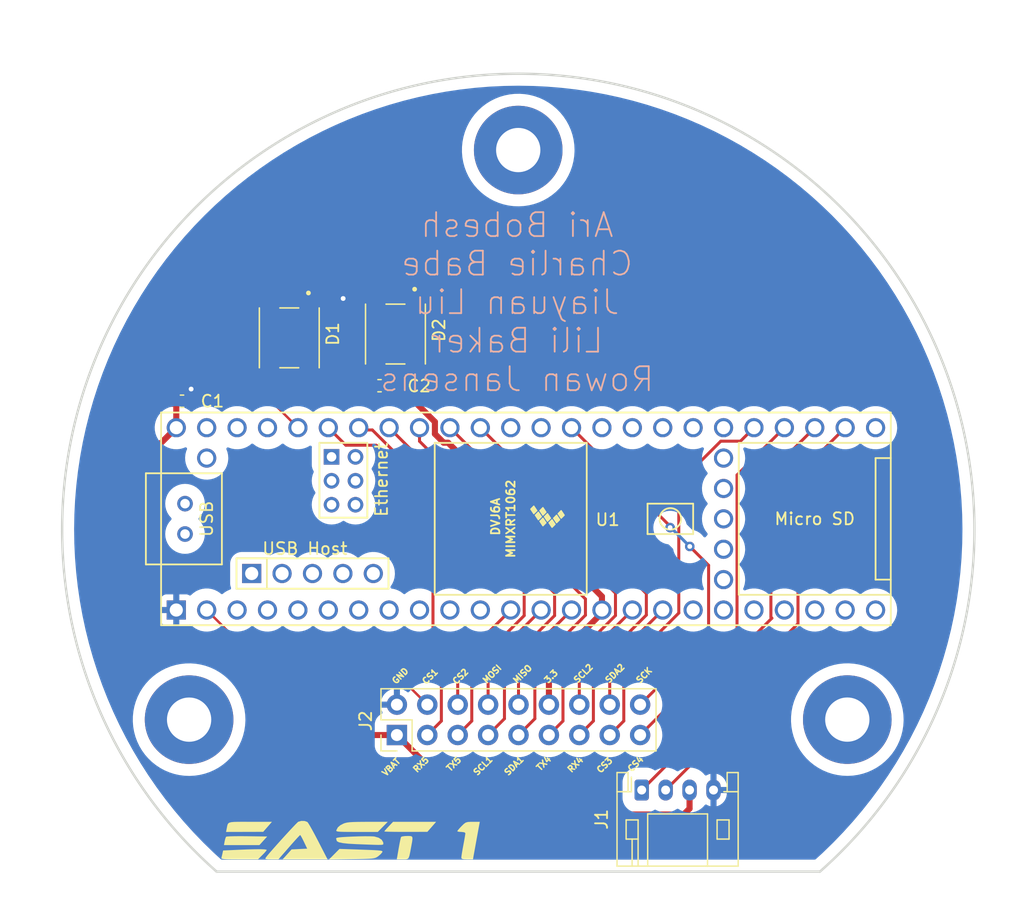
<source format=kicad_pcb>
(kicad_pcb (version 20211014) (generator pcbnew)
  (layers (0 "F.Cu" signal) (31 "B.Cu" signal) (34 "B.Paste" user) (35 "F.Paste" user) (36 "B.SilkS" user "B.Silkscreen") (37 "F.SilkS" user "F.Silkscreen") (38 "B.Mask" user) (39 "F.Mask" user) (44 "Edge.Cuts" user))
  (net 0 "")
  (net 1 "/V_BATT")
  (net 2 "GND")
  (net 3 "/TX 8")
  (net 4 "/RX 8")
  (net 5 "/RX 5")
  (net 6 "/TX 5")
  (net 7 "/CS 1")
  (net 8 "/CS 2")
  (net 9 "/CS 3")
  (net 10 "/MOSI")
  (net 11 "/MISO")
  (net 12 "/TX 4")
  (net 13 "/RX 4")
  (net 14 "/SDA 2")
  (net 15 "/SCL 2")
  (net 16 "/SDA 1")
  (net 17 "/SCL 1")
  (net 27 "/SCK")
  (net 59 "/NEOPIXEL")
  (net 60 "/CS 4")
  (net 66 "Net-(D1-Pad4)")
  (net 69 "/3.3V")
  (footprint "MountingHole:MountingHole_3.7mm_Pad_TopBottom" (layer "F.Cu") (at 175.468013 139.389531)
    (fp_text reference "REF**" hide)
    (fp_text value "MountingHole_3.7mm_Pad_TopBottom")
    (pad "1" thru_hole circle (at 0 0) (size 4.1 4.1) (drill 3.7) (layers *.Cu *.Mask))
    (pad "1" connect circle (at 0 0) (size 7.4 7.4) (layers "F.Cu" "F.Mask"))
    (pad "1" connect circle (at 0 0) (size 7.4 7.4) (layers "B.Cu" "B.Mask"))
  )
  (footprint "LOGO" (layer "F.Cu") (at 133.824377 149.710921)
    (fp_text reference "" (at 0 0) (layer "F.SilkS") (effects (font (size 1.524 1.524) (thickness 0.3))))
    (fp_text value "LOGO" hide)
    (fp_poly (pts (xy 1.046842 0.548968) (xy 1.646906 0.570148) (xy 2.097606 0.588878) (xy 2.418843 0.607627) (xy 2.630516 0.628863) (xy 2.752523 0.655054) (xy 2.804763 0.688666) (xy 2.807137 0.732169) (xy 2.792171 0.765415) (xy 2.670469 0.91463) (xy 2.476008 1.085174) (xy 2.434338 1.115945) (xy 2.33849 1.179576) (xy 2.236905 1.228157) (xy 2.105848 1.264104) (xy 1.921582 1.289832) (xy 1.660372 1.307757) (xy 1.298484 1.320294) (xy 0.81218 1.32986) (xy 0.254 1.337852) (xy -1.651 1.363372) (xy -1.215991 0.925017) (xy -0.780981 0.486663)) (layer "F.SilkS") (width 0) (fill solid))
    (fp_poly (pts (xy 10.898621 -1.545167) (xy 10.868512 -1.383336) (xy 10.814672 -1.08962) (xy 10.74344 -0.698775) (xy 10.661157 -0.245556) (xy 10.612871 0.021126) (xy 10.371666 1.354587) (xy 9.884833 1.354626) (xy 9.604987 1.346518) (xy 9.456521 1.31452) (xy 9.401944 1.247212) (xy 9.398 1.206332) (xy 9.413293 1.064646) (xy 9.454602 0.79883) (xy 9.515072 0.450868) (xy 9.567333 0.169333) (xy 9.637118 -0.20638) (xy 9.692928 -0.524882) (xy 9.728012 -0.746536) (xy 9.736666 -0.825333) (xy 9.6576 -0.90033) (xy 9.434214 -0.93095) (xy 9.398 -0.931334) (xy 9.185859 -0.944716) (xy 9.067929 -0.978144) (xy 9.059333 -0.991629) (xy 9.11421 -1.079596) (xy 9.256628 -1.246576) (xy 9.415628 -1.414962) (xy 9.610561 -1.606024) (xy 9.764437 -1.714571) (xy 9.937768 -1.763928) (xy 10.191066 -1.777417) (xy 10.357544 -1.778) (xy 10.943166 -1.778)) (layer "F.SilkS") (width 0) (fill solid))
    (fp_poly (pts (xy 2.419365 -0.931334) (xy 0.662006 -0.931334) (xy 0.074137 -0.932195) (xy -0.364956 -0.935969) (xy -0.675829 -0.944443) (xy -0.879034 -0.959403) (xy -0.995125 -0.982637) (xy -1.044658 -1.01593) (xy -1.048186 -1.061069) (xy -1.042533 -1.0795) (xy -0.918949 -1.312307) (xy -0.712332 -1.49098) (xy -0.465667 -1.620226) (xy -0.325734 -1.674327) (xy -0.159916 -1.714432) (xy 0.058232 -1.742572) (xy 0.355157 -1.760781) (xy 0.757303 -1.771091) (xy 1.291118 -1.775533) (xy 1.56315 -1.776141) (xy 3.253301 -1.778)) (layer "F.SilkS") (width 0) (fill solid))
    (fp_poly (pts (xy -8.242352 -1.778) (xy -6.420782 -1.778) (xy -7.154334 -0.938958) (xy -10.258122 -0.931334) (xy -10.20274 -1.2065) (xy -10.168146 -1.393711) (xy -10.135217 -1.53512) (xy -10.082084 -1.637105) (xy -9.986881 -1.706039) (xy -9.82774 -1.748297) (xy -9.582793 -1.770255) (xy -9.230172 -1.778287) (xy -8.748011 -1.778769)) (layer "F.SilkS") (width 0) (fill solid))
    (fp_poly (pts (xy -7.023665 0.527383) (xy -6.871735 0.558113) (xy -6.858 0.575038) (xy -6.914006 0.665665) (xy -7.059333 0.832607) (xy -7.221039 0.998371) (xy -7.584077 1.354666) (xy -9.131744 1.354666) (xy -9.679025 1.353602) (xy -10.078936 1.34897) (xy -10.353434 1.338613) (xy -10.524476 1.320372) (xy -10.614018 1.29209) (xy -10.644018 1.251608) (xy -10.639242 1.2065) (xy -10.589535 1.007767) (xy -10.550582 0.838747) (xy -10.502091 0.619162) (xy -9.293879 0.563891) (xy -8.478893 0.530841) (xy -7.828215 0.513743) (xy -7.342815 0.512592)) (layer "F.SilkS") (width 0) (fill solid))
    (fp_poly (pts (xy 5.091492 -0.592047) (xy 5.231778 -0.571095) (xy 5.30419 -0.501171) (xy 5.318733 -0.353636) (xy 5.285409 -0.099849) (xy 5.214222 0.288828) (xy 5.20276 0.35048) (xy 5.124755 0.772598) (xy 5.063456 1.0565) (xy 4.999655 1.229451) (xy 4.914141 1.318717) (xy 4.787707 1.351563) (xy 4.601142 1.355254) (xy 4.49528 1.354666) (xy 4.006638 1.354666) (xy 4.161207 0.459379) (xy 4.228937 0.085) (xy 4.291369 -0.228151) (xy 4.340522 -0.441799) (xy 4.364218 -0.514288) (xy 4.469389 -0.557853) (xy 4.688185 -0.586312) (xy 4.87333 -0.592667)) (layer "F.SilkS") (width 0) (fill solid))
    (fp_poly (pts (xy -8.592213 -0.574442) (xy -8.505086 -0.573341) (xy -6.819985 -0.550334) (xy -7.145178 -0.1905) (xy -7.470371 0.169333) (xy -10.432846 0.169333) (xy -10.374501 -0.148167) (xy -10.32104 -0.371392) (xy -10.263534 -0.517212) (xy -10.253172 -0.531007) (xy -10.152843 -0.549882) (xy -9.909902 -0.564309) (xy -9.551031 -0.573642) (xy -9.102908 -0.577235)) (layer "F.SilkS") (width 0) (fill solid))
    (fp_poly (pts (xy 6.561666 -0.938958) (xy 4.7625 -0.935146) (xy 4.231165 -0.935849) (xy 3.762048 -0.939971) (xy 3.379736 -0.947003) (xy 3.10882 -0.956442) (xy 2.973886 -0.96778) (xy 2.963333 -0.97218) (xy 3.017315 -1.049792) (xy 3.157969 -1.21136) (xy 3.32982 -1.395514) (xy 3.696306 -1.778) (xy 7.295218 -1.778)) (layer "F.SilkS") (width 0) (fill solid))
    (fp_poly (pts (xy -3.694218 -1.847025) (xy -3.470861 -1.767524) (xy -3.456576 -1.756834) (xy -3.378579 -1.65134) (xy -3.238572 -1.419441) (xy -3.050557 -1.086047) (xy -2.828533 -0.676068) (xy -2.586503 -0.214414) (xy -2.552379 -0.148167) (xy -1.779972 1.354666) (xy -5.527266 1.354666) (xy -5.155467 0.942048) (xy -4.783667 0.52943) (xy -3.479439 0.465666) (xy -3.750553 -0.103098) (xy -3.886271 -0.377011) (xy -3.996254 -0.579187) (xy -4.059615 -0.671604) (xy -4.064 -0.673664) (xy -4.131102 -0.613763) (xy -4.289059 -0.447129) (xy -4.518174 -0.195291) (xy -4.79875 0.12022) (xy -4.990984 0.3396) (xy -5.875635 1.354666) (xy -6.456285 1.354666) (xy -6.759292 1.351939) (xy -6.922444 1.336798) (xy -6.975208 1.298802) (xy -6.94705 1.227511) (xy -6.92149 1.189844) (xy -6.802926 1.038833) (xy -6.598322 0.797125) (xy -6.327887 0.486998) (xy -6.011829 0.130729) (xy -5.670358 -0.249403) (xy -5.323681 -0.631123) (xy -4.992009 -0.99215) (xy -4.695549 -1.31021) (xy -4.454511 -1.563022) (xy -4.289102 -1.728311) (xy -4.225412 -1.78224) (xy -3.975199 -1.852904)) (layer "F.SilkS") (width 0) (fill solid))
    (fp_poly (pts (xy 1.720067 -0.569349) (xy 2.022905 -0.559422) (xy 2.143718 -0.5482) (xy 2.490309 -0.448746) (xy 2.743199 -0.281349) (xy 2.870005 -0.070306) (xy 2.878666 0.003298) (xy 2.881707 0.054782) (xy 2.878283 0.094585) (xy 2.849579 0.123435) (xy 2.776776 0.142056) (xy 2.641057 0.151175) (xy 2.423605 0.151519) (xy 2.105602 0.143814) (xy 1.668232 0.128785) (xy 1.092677 0.107159) (xy 0.635 0.089888) (xy -0.018992 0.054097) (xy -0.506876 0.001687) (xy -0.831102 -0.067783) (xy -0.994122 -0.154756) (xy -1.016 -0.207721) (xy -1.042077 -0.30473) (xy -1.062816 -0.362151) (xy -1.055915 -0.408488) (xy -0.981269 -0.445049) (xy -0.817985 -0.474584) (xy -0.545174 -0.499842) (xy -0.141944 -0.523573) (xy 0.325631 -0.54488) (xy 0.833293 -0.562008) (xy 1.310817 -0.570188)) (layer "F.SilkS") (width 0) (fill solid))
  )
  (footprint "Capacitor_SMD:C_0603_1608Metric" (layer "F.Cu") (at 136.39 111.48 180)
    (fp_text reference "C2" (at -3.31 -0.026 180) (layer "F.SilkS"))
    (fp_text value "0.1uf")
    (fp_line (start -0.14058 -0.51) (end 0.14058 -0.51) (layer "F.SilkS") (width 0.12))
    (fp_line (start -0.14058 0.51) (end 0.14058 0.51) (layer "F.SilkS") (width 0.12))
    (pad "1" smd roundrect (at -0.775 0 180) (size 0.9 0.95) (layers "F.Cu" "F.Paste" "F.Mask") (net 2 "GND"))
    (pad "2" smd roundrect (at 0.775 0 180) (size 0.9 0.95) (layers "F.Cu" "F.Paste" "F.Mask") (net 69 "/3.3V"))
  )
  (footprint "MountingHole:MountingHole_3.7mm_Pad_TopBottom" (layer "F.Cu") (at 147.976228 91.782125)
    (fp_text reference "REF**" hide)
    (fp_text value "MountingHole_3.7mm_Pad_TopBottom")
    (pad "1" connect circle (at 0 0) (size 7.4 7.4) (layers "B.Cu" "B.Mask"))
    (pad "1" connect circle (at 0 0) (size 7.4 7.4) (layers "F.Cu" "F.Mask"))
    (pad "1" thru_hole circle (at 0 0) (size 4.1 4.1) (drill 3.7) (layers *.Cu *.Mask))
  )
  (footprint "Teensy:Teensy41" (layer "F.Cu") (at 148.62 122.61)
    (fp_text reference "U1" (at 6.828 0.072) (layer "F.SilkS"))
    (fp_text value "Teensy4.1")
    (fp_text user "DVJ6A" (at -2.54 -0.18 90) (layer "F.SilkS") (effects (font (size 0.7 0.7))))
    (fp_text user "MIMXRT1062" (at -1.27 0 90) (layer "F.SilkS") (effects (font (size 0.7 0.7))))
    (fp_text user "Micro SD" (at 24.13 0) (layer "F.SilkS"))
    (fp_text user "USB" (at -26.67 0 90) (layer "F.SilkS"))
    (fp_text user "USB Host" (at -18.4658 2.4892) (layer "F.SilkS"))
    (fp_text user "Ethernet" (at -12.065 -3.2766 90) (layer "F.SilkS"))
    (fp_line (start 5.08 -6.35) (end -7.62 -6.35) (layer "F.SilkS") (width 0.15))
    (fp_line (start -30.48 8.89) (end -30.48 -8.89) (layer "F.SilkS") (width 0.15))
    (fp_line (start -24.1808 3.2992) (end -21.6408 3.2992) (layer "F.SilkS") (width 0.15))
    (fp_line (start 10.16 1.27) (end 10.16 -1.27) (layer "F.SilkS") (width 0.15))
    (fp_line (start -7.62 -6.35) (end -7.62 6.35) (layer "F.SilkS") (width 0.15))
    (fp_line (start -7.62 6.35) (end 5.08 6.35) (layer "F.SilkS") (width 0.15))
    (fp_line (start 29.21 5.08) (end 30.48 5.08) (layer "F.SilkS") (width 0.15))
    (fp_line (start -31.75 3.81) (end -31.75 -3.81) (layer "F.SilkS") (width 0.15))
    (fp_line (start -13.25 -6.3516) (end -17.25 -6.3516) (layer "F.SilkS") (width 0.15))
    (fp_line (start -25.4 3.81) (end -25.4 -3.81) (layer "F.SilkS") (width 0.15))
    (fp_line (start -24.1808 5.8392) (end -24.1808 3.2992) (layer "F.SilkS") (width 0.15))
    (fp_line (start -13.25 -0.1016) (end -13.25 -6.3516) (layer "F.SilkS") (width 0.15))
    (fp_line (start -21.6408 3.2992) (end -21.6408 5.8392) (layer "F.SilkS") (width 0.15))
    (fp_line (start -11.4808 3.2992) (end -11.4808 5.8392) (layer "F.SilkS") (width 0.15))
    (fp_line (start -31.75 -3.81) (end -30.48 -3.81) (layer "F.SilkS") (width 0.15))
    (fp_line (start 17.78 6.35) (end 30.48 6.35) (layer "F.SilkS") (width 0.15))
    (fp_line (start -24.1808 3.2992) (end -11.4808 3.2992) (layer "F.SilkS") (width 0.15))
    (fp_line (start -30.48 -8.89) (end 30.48 -8.89) (layer "F.SilkS") (width 0.15))
    (fp_line (start -25.4 -3.81) (end -30.48 -3.81) (layer "F.SilkS") (width 0.15))
    (fp_line (start 30.48 8.89) (end -30.48 8.89) (layer "F.SilkS") (width 0.15))
    (fp_line (start 29.21 -5.08) (end 29.21 5.08) (layer "F.SilkS") (width 0.15))
    (fp_line (start 30.48 -5.08) (end 29.21 -5.08) (layer "F.SilkS") (width 0.15))
    (fp_line (start 5.08 6.35) (end 5.08 -6.35) (layer "F.SilkS") (width 0.15))
    (fp_line (start -17.25 -6.3516) (end -17.25 -6.1016) (layer "F.SilkS") (width 0.15))
    (fp_line (start 10.16 -1.27) (end 13.97 -1.27) (layer "F.SilkS") (width 0.15))
    (fp_line (start -17.25 -6.1016) (end -17.25 -0.1016) (layer "F.SilkS") (width 0.15))
    (fp_line (start 13.97 1.27) (end 10.16 1.27) (layer "F.SilkS") (width 0.15))
    (fp_line (start -25.4 3.81) (end -30.48 3.81) (layer "F.SilkS") (width 0.15))
    (fp_line (start 30.48 -6.35) (end 17.78 -6.35) (layer "F.SilkS") (width 0.15))
    (fp_line (start 30.48 -8.89) (end 30.48 8.89) (layer "F.SilkS") (width 0.15))
    (fp_line (start 17.78 -6.35) (end 17.78 6.35) (layer "F.SilkS") (width 0.15))
    (fp_line (start -17.25 -0.1016) (end -13.25 -0.1016) (layer "F.SilkS") (width 0.15))
    (fp_line (start -11.4808 5.8392) (end -24.1808 5.8392) (layer "F.SilkS") (width 0.15))
    (fp_line (start -30.48 3.81) (end -31.75 3.81) (layer "F.SilkS") (width 0.15))
    (fp_line (start 13.97 -1.27) (end 13.97 1.27) (layer "F.SilkS") (width 0.15))
    (fp_circle (center 12.065 0) (end 12.7 -0.635) (layer "F.SilkS") (width 0.15) (fill none))
    (fp_poly (pts (xy 2.435 0.455) (xy 2.181 0.709) (xy 1.927 0.328) (xy 2.181 0.074)) (layer "F.SilkS") (width 0.1) (fill solid))
    (fp_poly (pts (xy 3.197 -0.307) (xy 2.943 -0.053) (xy 2.689 -0.434) (xy 2.943 -0.688)) (layer "F.SilkS") (width 0.1) (fill solid))
    (fp_poly (pts (xy 1.292 -0.18) (xy 1.038 0.074) (xy 0.784 -0.307) (xy 1.038 -0.561)) (layer "F.SilkS") (width 0.1) (fill solid))
    (fp_poly (pts (xy 2.054 -0.053) (xy 1.8 0.201) (xy 1.546 -0.18) (xy 1.8 -0.434)) (layer "F.SilkS") (width 0.1) (fill solid))
    (fp_poly (pts (xy 1.673 0.328) (xy 1.419 0.582) (xy 1.165 0.201) (xy 1.419 -0.053)) (layer "F.SilkS") (width 0.1) (fill solid))
    (fp_poly (pts (xy 1.673 -0.561) (xy 1.419 -0.307) (xy 1.165 -0.688) (xy 1.419 -0.942)) (layer "F.SilkS") (width 0.1) (fill solid))
    (fp_poly (pts (xy 2.816 0.074) (xy 2.562 0.328) (xy 2.308 -0.053) (xy 2.562 -0.307)) (layer "F.SilkS") (width 0.1) (fill solid))
    (fp_poly (pts (xy 0.911 -0.688) (xy 0.657 -0.434) (xy 0.403 -0.815) (xy 0.657 -1.069)) (layer "F.SilkS") (width 0.1) (fill solid))
    (pad "1" thru_hole rect locked (at -29.21 7.62) (size 1.6 1.6) (drill 1.1) (layers *.Cu *.Mask) (net 2 "GND"))
    (pad "2" thru_hole circle locked (at -26.67 7.62) (size 1.6 1.6) (drill 1.1) (layers *.Cu *.Mask) (net 7 "/CS 1"))
    (pad "3" thru_hole circle locked (at -24.13 7.62) (size 1.6 1.6) (drill 1.1) (layers *.Cu *.Mask))
    (pad "4" thru_hole circle locked (at -21.59 7.62) (size 1.6 1.6) (drill 1.1) (layers *.Cu *.Mask))
    (pad "5" thru_hole circle locked (at -19.05 7.62) (size 1.6 1.6) (drill 1.1) (layers *.Cu *.Mask))
    (pad "6" thru_hole circle locked (at -16.51 7.62) (size 1.6 1.6) (drill 1.1) (layers *.Cu *.Mask))
    (pad "7" thru_hole circle locked (at -13.97 7.62) (size 1.6 1.6) (drill 1.1) (layers *.Cu *.Mask))
    (pad "8" thru_hole circle locked (at -11.43 7.62) (size 1.6 1.6) (drill 1.1) (layers *.Cu *.Mask))
    (pad "9" thru_hole circle locked (at -8.89 7.62) (size 1.6 1.6) (drill 1.1) (layers *.Cu *.Mask))
    (pad "10" thru_hole circle locked (at -6.35 7.62) (size 1.6 1.6) (drill 1.1) (layers *.Cu *.Mask))
    (pad "11" thru_hole circle locked (at -3.81 7.62) (size 1.6 1.6) (drill 1.1) (layers *.Cu *.Mask))
    (pad "12" thru_hole circle locked (at -1.27 7.62) (size 1.6 1.6) (drill 1.1) (layers *.Cu *.Mask) (net 8 "/CS 2"))
    (pad "13" thru_hole circle locked (at 1.27 7.62) (size 1.6 1.6) (drill 1.1) (layers *.Cu *.Mask) (net 10 "/MOSI"))
    (pad "14" thru_hole circle locked (at 3.81 7.62) (size 1.6 1.6) (drill 1.1) (layers *.Cu *.Mask) (net 11 "/MISO"))
    (pad "15" thru_hole circle locked (at 6.35 7.62) (size 1.6 1.6) (drill 1.1) (layers *.Cu *.Mask) (net 69 "/3.3V"))
    (pad "16" thru_hole circle locked (at 8.89 7.62) (size 1.6 1.6) (drill 1.1) (layers *.Cu *.Mask) (net 15 "/SCL 2"))
    (pad "17" thru_hole circle locked (at 11.43 7.62) (size 1.6 1.6) (drill 1.1) (layers *.Cu *.Mask) (net 14 "/SDA 2"))
    (pad "18" thru_hole circle locked (at 13.97 7.62) (size 1.6 1.6) (drill 1.1) (layers *.Cu *.Mask))
    (pad "19" thru_hole circle locked (at 16.51 7.62) (size 1.6 1.6) (drill 1.1) (layers *.Cu *.Mask))
    (pad "20" thru_hole circle locked (at 19.05 7.62) (size 1.6 1.6) (drill 1.1) (layers *.Cu *.Mask))
    (pad "21" thru_hole circle locked (at 21.59 7.62) (size 1.6 1.6) (drill 1.1) (layers *.Cu *.Mask))
    (pad "22" thru_hole circle locked (at 24.13 7.62) (size 1.6 1.6) (drill 1.1) (layers *.Cu *.Mask))
    (pad "23" thru_hole circle locked (at 26.67 7.62) (size 1.6 1.6) (drill 1.1) (layers *.Cu *.Mask))
    (pad "24" thru_hole circle locked (at 29.21 7.62) (size 1.6 1.6) (drill 1.1) (layers *.Cu *.Mask))
    (pad "25" thru_hole circle locked (at 29.21 -7.62) (size 1.6 1.6) (drill 1.1) (layers *.Cu *.Mask))
    (pad "26" thru_hole circle locked (at 26.67 -7.62) (size 1.6 1.6) (drill 1.1) (layers *.Cu *.Mask) (net 4 "/RX 8"))
    (pad "27" thru_hole circle locked (at 24.13 -7.62) (size 1.6 1.6) (drill 1.1) (layers *.Cu *.Mask) (net 3 "/TX 8"))
    (pad "28" thru_hole circle locked (at 21.59 -7.62) (size 1.6 1.6) (drill 1.1) (layers *.Cu *.Mask) (net 60 "/CS 4"))
    (pad "29" thru_hole circle locked (at 19.05 -7.62) (size 1.6 1.6) (drill 1.1) (layers *.Cu *.Mask) (net 9 "/CS 3"))
    (pad "30" thru_hole circle locked (at 16.51 -7.62) (size 1.6 1.6) (drill 1.1) (layers *.Cu *.Mask))
    (pad "31" thru_hole circle locked (at 13.97 -7.62) (size 1.6 1.6) (drill 1.1) (layers *.Cu *.Mask))
    (pad "32" thru_hole circle locked (at 11.43 -7.62) (size 1.6 1.6) (drill 1.1) (layers *.Cu *.Mask))
    (pad "33" thru_hole circle locked (at 8.89 -7.62) (size 1.6 1.6) (drill 1.1) (layers *.Cu *.Mask))
    (pad "34" thru_hole circle locked (at 6.35 -7.62) (size 1.6 1.6) (drill 1.1) (layers *.Cu *.Mask))
    (pad "35" thru_hole circle locked (at 3.81 -7.62) (size 1.6 1.6) (drill 1.1) (layers *.Cu *.Mask) (net 27 "/SCK"))
    (pad "36" thru_hole circle locked (at 1.27 -7.62) (size 1.6 1.6) (drill 1.1) (layers *.Cu *.Mask))
    (pad "37" thru_hole circle locked (at -1.27 -7.62) (size 1.6 1.6) (drill 1.1) (layers *.Cu *.Mask))
    (pad "38" thru_hole circle locked (at -3.81 -7.62) (size 1.6 1.6) (drill 1.1) (layers *.Cu *.Mask) (net 13 "/RX 4"))
    (pad "39" thru_hole circle locked (at -6.35 -7.62) (size 1.6 1.6) (drill 1.1) (layers *.Cu *.Mask) (net 12 "/TX 4"))
    (pad "40" thru_hole circle locked (at -8.89 -7.62) (size 1.6 1.6) (drill 1.1) (layers *.Cu *.Mask) (net 16 "/SDA 1"))
    (pad "41" thru_hole circle locked (at -11.43 -7.62) (size 1.6 1.6) (drill 1.1) (layers *.Cu *.Mask) (net 17 "/SCL 1"))
    (pad "42" thru_hole circle locked (at -13.97 -7.62) (size 1.6 1.6) (drill 1.1) (layers *.Cu *.Mask) (net 6 "/TX 5"))
    (pad "43" thru_hole circle locked (at -16.51 -7.62) (size 1.6 1.6) (drill 1.1) (layers *.Cu *.Mask) (net 5 "/RX 5"))
    (pad "44" thru_hole circle locked (at -19.05 -7.62) (size 1.6 1.6) (drill 1.1) (layers *.Cu *.Mask) (net 59 "/NEOPIXEL"))
    (pad "45" thru_hole circle locked (at -21.59 -7.62) (size 1.6 1.6) (drill 1.1) (layers *.Cu *.Mask))
    (pad "46" thru_hole circle locked (at -24.13 -7.62) (size 1.6 1.6) (drill 1.1) (layers *.Cu *.Mask))
    (pad "47" thru_hole circle locked (at -26.67 -7.62) (size 1.6 1.6) (drill 1.1) (layers *.Cu *.Mask))
    (pad "48" thru_hole circle locked (at -29.21 -7.62) (size 1.6 1.6) (drill 1.1) (layers *.Cu *.Mask) (net 1 "/V_BATT"))
    (pad "49" thru_hole circle locked (at -26.67 -5.08) (size 1.6 1.6) (drill 1.1) (layers *.Cu *.Mask))
    (pad "50" thru_hole circle locked (at 16.51 5.08) (size 1.6 1.6) (drill 1.1) (layers *.Cu *.Mask))
    (pad "51" thru_hole circle locked (at 16.51 2.54) (size 1.6 1.6) (drill 1.1) (layers *.Cu *.Mask))
    (pad "52" thru_hole circle locked (at 16.51 0) (size 1.6 1.6) (drill 1.1) (layers *.Cu *.Mask))
    (pad "53" thru_hole circle locked (at 16.51 -2.54) (size 1.6 1.6) (drill 1.1) (layers *.Cu *.Mask))
    (pad "54" thru_hole circle locked (at 16.51 -5.08) (size 1.6 1.6) (drill 1.1) (layers *.Cu *.Mask))
    (pad "55" thru_hole rect locked (at -22.9108 4.5692) (size 1.6 1.6) (drill 1.1) (layers *.Cu *.Mask))
    (pad "56" thru_hole circle locked (at -20.3708 4.5692) (size 1.6 1.6) (drill 1.1) (layers *.Cu *.Mask))
    (pad "57" thru_hole circle locked (at -17.8308 4.5692) (size 1.6 1.6) (drill 1.1) (layers *.Cu *.Mask))
    (pad "58" thru_hole circle locked (at -15.2908 4.5692) (size 1.6 1.6) (drill 1.1) (layers *.Cu *.Mask))
    (pad "59" thru_hole circle locked (at -12.7508 4.5692) (size 1.6 1.6) (drill 1.1) (layers *.Cu *.Mask))
    (pad "60" thru_hole rect locked (at -16.24 -5.1816) (size 1.3 1.3) (drill 0.8) (layers *.Cu *.Mask))
    (pad "61" thru_hole circle locked (at -16.24 -3.1816) (size 1.3 1.3) (drill 0.8) (layers *.Cu *.Mask))
    (pad "62" thru_hole circle locked (at -16.24 -1.1816) (size 1.3 1.3) (drill 0.8) (layers *.Cu *.Mask))
    (pad "63" thru_hole circle locked (at -14.24 -1.1816) (size 1.3 1.3) (drill 0.8) (layers *.Cu *.Mask))
    (pad "64" thru_hole circle locked (at -14.24 -3.1816) (size 1.3 1.3) (drill 0.8) (layers *.Cu *.Mask))
    (pad "65" thru_hole circle locked (at -14.24 -5.1816) (size 1.3 1.3) (drill 0.8) (layers *.Cu *.Mask))
    (pad "66" thru_hole circle locked (at -28.48 -1.27) (size 1.3 1.3) (drill 0.8) (layers *.Cu *.Mask))
    (pad "67" thru_hole circle locked (at -28.48 1.27) (size 1.3 1.3) (drill 0.8) (layers *.Cu *.Mask))
  )
  (footprint "neopixel:LED_1655" (layer "F.Cu") (at 137.72 107.16255 -90)
    (fp_text reference "D2" (at -0.325 -3.635 -90) (layer "F.SilkS"))
    (fp_text value "1655")
    (fp_line (start -2.5 2.5) (end 2.5 2.5) (layer "F.SilkS") (width 0.127))
    (fp_line (start -2.5 0.7865) (end -2.5 -0.7865) (layer "F.SilkS") (width 0.127))
    (fp_line (start 2.5 0.7865) (end 2.5 -0.7865) (layer "F.SilkS") (width 0.127))
    (fp_line (start 2.5 -2.5) (end -2.5 -2.5) (layer "F.SilkS") (width 0.127))
    (fp_circle (center -3.75 -1.6) (end -3.65 -1.6) (layer "F.SilkS") (width 0.2) (fill none))
    (pad "1" smd rect locked (at -2.45 -1.6) (size 1 1.5) (layers "F.Cu" "F.Paste" "F.Mask") (net 2 "GND"))
    (pad "2" smd rect locked (at -2.45 1.6) (size 1 1.5) (layers "F.Cu" "F.Paste" "F.Mask") (net 66 "Net-(D1-Pad4)"))
    (pad "3" smd rect locked (at 2.45 1.6) (size 1 1.5) (layers "F.Cu" "F.Paste" "F.Mask") (net 69 "/3.3V"))
    (pad "4" smd rect locked (at 2.45 -1.6) (size 1 1.5) (layers "F.Cu" "F.Paste" "F.Mask"))
  )
  (footprint "MountingHole:MountingHole_3.7mm_Pad_TopBottom" (layer "F.Cu") (at 120.480277 139.392743)
    (fp_text reference "REF**" hide)
    (fp_text value "MountingHole_3.7mm_Pad_TopBottom")
    (pad "1" connect circle (at 0 0) (size 7.4 7.4) (layers "B.Cu" "B.Mask"))
    (pad "1" thru_hole circle (at 0 0) (size 4.1 4.1) (drill 3.7) (layers *.Cu *.Mask))
    (pad "1" connect circle (at 0 0) (size 7.4 7.4) (layers "F.Cu" "F.Mask"))
  )
  (footprint "Capacitor_SMD:C_0603_1608Metric" (layer "F.Cu") (at 119.888 112.776)
    (fp_text reference "C1" (at 2.54 0) (layer "F.SilkS"))
    (fp_text value "0.1uF")
    (fp_line (start -0.14058 -0.51) (end 0.14058 -0.51) (layer "F.SilkS") (width 0.12))
    (fp_line (start -0.14058 0.51) (end 0.14058 0.51) (layer "F.SilkS") (width 0.12))
    (pad "1" smd roundrect (at -0.775 0) (size 0.9 0.95) (layers "F.Cu" "F.Paste" "F.Mask") (net 1 "/V_BATT"))
    (pad "2" smd roundrect (at 0.775 0) (size 0.9 0.95) (layers "F.Cu" "F.Paste" "F.Mask") (net 2 "GND"))
  )
  (footprint "Connector_PinHeader_2.54mm:PinHeader_2x09_P2.54mm_Vertical" (layer "F.Cu") (at 137.84 140.68 90)
    (fp_text reference "J2" (at 1.1832 -2.6104 270) (layer "F.SilkS"))
    (fp_text value "Conn_02x09_Odd_Even")
    (fp_line (start 3.87 -1.33) (end 3.87 21.65) (layer "F.SilkS") (width 0.12))
    (fp_line (start -1.33 21.65) (end 3.87 21.65) (layer "F.SilkS") (width 0.12))
    (fp_line (start -1.33 1.27) (end -1.33 21.65) (layer "F.SilkS") (width 0.12))
    (fp_line (start -1.33 -1.33) (end 0 -1.33) (layer "F.SilkS") (width 0.12))
    (fp_line (start -1.33 1.27) (end 1.27 1.27) (layer "F.SilkS") (width 0.12))
    (fp_line (start 1.27 1.27) (end 1.27 -1.33) (layer "F.SilkS") (width 0.12))
    (fp_line (start 1.27 -1.33) (end 3.87 -1.33) (layer "F.SilkS") (width 0.12))
    (fp_line (start -1.33 0) (end -1.33 -1.33) (layer "F.SilkS") (width 0.12))
    (pad "1" thru_hole rect (at 0 0 90) (size 1.7 1.7) (drill 1) (layers *.Cu *.Mask) (net 1 "/V_BATT"))
    (pad "2" thru_hole oval (at 2.54 0 90) (size 1.7 1.7) (drill 1) (layers *.Cu *.Mask) (net 2 "GND"))
    (pad "3" thru_hole oval (at 0 2.54 90) (size 1.7 1.7) (drill 1) (layers *.Cu *.Mask) (net 5 "/RX 5"))
    (pad "4" thru_hole oval (at 2.54 2.54 90) (size 1.7 1.7) (drill 1) (layers *.Cu *.Mask) (net 7 "/CS 1"))
    (pad "5" thru_hole oval (at 0 5.08 90) (size 1.7 1.7) (drill 1) (layers *.Cu *.Mask) (net 6 "/TX 5"))
    (pad "6" thru_hole oval (at 2.54 5.08 90) (size 1.7 1.7) (drill 1) (layers *.Cu *.Mask) (net 8 "/CS 2"))
    (pad "7" thru_hole oval (at 0 7.62 90) (size 1.7 1.7) (drill 1) (layers *.Cu *.Mask) (net 17 "/SCL 1"))
    (pad "8" thru_hole oval (at 2.54 7.62 90) (size 1.7 1.7) (drill 1) (layers *.Cu *.Mask) (net 10 "/MOSI"))
    (pad "9" thru_hole oval (at 0 10.16 90) (size 1.7 1.7) (drill 1) (layers *.Cu *.Mask) (net 16 "/SDA 1"))
    (pad "10" thru_hole oval (at 2.54 10.16 90) (size 1.7 1.7) (drill 1) (layers *.Cu *.Mask) (net 11 "/MISO"))
    (pad "11" thru_hole oval (at 0 12.7 90) (size 1.7 1.7) (drill 1) (layers *.Cu *.Mask) (net 12 "/TX 4"))
    (pad "12" thru_hole oval (at 2.54 12.7 90) (size 1.7 1.7) (drill 1) (layers *.Cu *.Mask) (net 69 "/3.3V"))
    (pad "13" thru_hole oval (at 0 15.24 90) (size 1.7 1.7) (drill 1) (layers *.Cu *.Mask) (net 13 "/RX 4"))
    (pad "14" thru_hole oval (at 2.54 15.24 90) (size 1.7 1.7) (drill 1) (layers *.Cu *.Mask) (net 15 "/SCL 2"))
    (pad "15" thru_hole oval (at 0 17.78 90) (size 1.7 1.7) (drill 1) (layers *.Cu *.Mask) (net 9 "/CS 3"))
    (pad "16" thru_hole oval (at 2.54 17.78 90) (size 1.7 1.7) (drill 1) (layers *.Cu *.Mask) (net 14 "/SDA 2"))
    (pad "17" thru_hole oval (at 0 20.32 90) (size 1.7 1.7) (drill 1) (layers *.Cu *.Mask) (net 60 "/CS 4"))
    (pad "18" thru_hole oval (at 2.54 20.32 90) (size 1.7 1.7) (drill 1) (layers *.Cu *.Mask) (net 27 "/SCK"))
  )
  (footprint "neopixel:LED_1655" (layer "F.Cu") (at 128.85 107.48 -90)
    (fp_text reference "D1" (at -0.325 -3.635 -90) (layer "F.SilkS"))
    (fp_text value "1655")
    (fp_line (start -2.5 0.7865) (end -2.5 -0.7865) (layer "F.SilkS") (width 0.127))
    (fp_line (start 2.5 -2.5) (end -2.5 -2.5) (layer "F.SilkS") (width 0.127))
    (fp_line (start -2.5 2.5) (end 2.5 2.5) (layer "F.SilkS") (width 0.127))
    (fp_line (start 2.5 0.7865) (end 2.5 -0.7865) (layer "F.SilkS") (width 0.127))
    (fp_circle (center -3.75 -1.6) (end -3.65 -1.6) (layer "F.SilkS") (width 0.2) (fill none))
    (pad "1" smd rect locked (at -2.45 -1.6) (size 1 1.5) (layers "F.Cu" "F.Paste" "F.Mask") (net 2 "GND"))
    (pad "2" smd rect locked (at -2.45 1.6) (size 1 1.5) (layers "F.Cu" "F.Paste" "F.Mask") (net 59 "/NEOPIXEL"))
    (pad "3" smd rect locked (at 2.45 1.6) (size 1 1.5) (layers "F.Cu" "F.Paste" "F.Mask") (net 69 "/3.3V"))
    (pad "4" smd rect locked (at 2.45 -1.6) (size 1 1.5) (layers "F.Cu" "F.Paste" "F.Mask") (net 66 "Net-(D1-Pad4)"))
  )
  (footprint "Connector_JST:JST_PH_S4B-PH-K_1x04_P2.00mm_Horizontal" (layer "F.Cu") (at 158.29 145.2764)
    (fp_text reference "J1" (at -3.35 2.45 90) (layer "F.SilkS"))
    (fp_text value "Conn_01x04")
    (fp_line (start 7.3 4.1) (end 6.3 4.1) (layer "F.SilkS") (width 0.12))
    (fp_line (start 0.5 2) (end 5.5 2) (layer "F.SilkS") (width 0.12))
    (fp_line (start 5.5 2) (end 5.5 6.36) (layer "F.SilkS") (width 0.12))
    (fp_line (start -2.06 -1.46) (end -2.06 6.36) (layer "F.SilkS") (width 0.12))
    (fp_line (start -0.3 2.5) (end -1.3 2.5) (layer "F.SilkS") (width 0.12))
    (fp_line (start -0.3 4.1) (end -0.3 6.36) (layer "F.SilkS") (width 0.12))
    (fp_line (start 8.06 6.36) (end 8.06 -1.46) (layer "F.SilkS") (width 0.12))
    (fp_line (start -1.14 -1.46) (end -2.06 -1.46) (layer "F.SilkS") (width 0.12))
    (fp_line (start 7.14 0.14) (end 6.86 0.14) (layer "F.SilkS") (width 0.12))
    (fp_line (start 8.06 -1.46) (end 7.14 -1.46) (layer "F.SilkS") (width 0.12))
    (fp_line (start 8.06 0.14) (end 7.14 0.14) (layer "F.SilkS") (width 0.12))
    (fp_line (start -0.86 0.14) (end -1.14 0.14) (layer "F.SilkS") (width 0.12))
    (fp_line (start 6.3 2.5) (end 7.3 2.5) (layer "F.SilkS") (width 0.12))
    (fp_line (start -2.06 0.14) (end -1.14 0.14) (layer "F.SilkS") (width 0.12))
    (fp_line (start -0.86 0.14) (end -0.86 -1.075) (layer "F.SilkS") (width 0.12))
    (fp_line (start 7.14 -1.46) (end 7.14 0.14) (layer "F.SilkS") (width 0.12))
    (fp_line (start -2.06 6.36) (end 8.06 6.36) (layer "F.SilkS") (width 0.12))
    (fp_line (start -1.14 0.14) (end -1.14 -1.46) (layer "F.SilkS") (width 0.12))
    (fp_line (start -0.8 4.1) (end -0.8 6.36) (layer "F.SilkS") (width 0.12))
    (fp_line (start -0.3 4.1) (end -0.3 2.5) (layer "F.SilkS") (width 0.12))
    (fp_line (start -1.3 2.5) (end -1.3 4.1) (layer "F.SilkS") (width 0.12))
    (fp_line (start 0.5 6.36) (end 0.5 2) (layer "F.SilkS") (width 0.12))
    (fp_line (start 6.3 4.1) (end 6.3 2.5) (layer "F.SilkS") (width 0.12))
    (fp_line (start 7.3 2.5) (end 7.3 4.1) (layer "F.SilkS") (width 0.12))
    (fp_line (start -1.3 4.1) (end -0.3 4.1) (layer "F.SilkS") (width 0.12))
    (pad "1" thru_hole roundrect (at 0 0) (size 1.2 1.75) (drill 0.75) (layers *.Cu *.Mask) (roundrect_rratio 0.2083333333) (net 3 "/TX 8"))
    (pad "2" thru_hole oval (at 2 0) (size 1.2 1.75) (drill 0.75) (layers *.Cu *.Mask) (net 4 "/RX 8"))
    (pad "3" thru_hole oval (at 4 0) (size 1.2 1.75) (drill 0.75) (layers *.Cu *.Mask) (net 1 "/V_BATT"))
    (pad "4" thru_hole oval (at 6 0) (size 1.2 1.75) (drill 0.75) (layers *.Cu *.Mask) (net 2 "GND"))
  )
  (gr_line (start 122.779619 152.0952) (end 173.181181 152.0952) (layer "Edge.Cuts") (width 0.2))
  (gr_arc (start 122.779619 152.0952) (mid 147.9804 85.403268) (end 173.181181 152.0952) (layer "Edge.Cuts") (width 0.2))
  (gr_text "Ari Bobesh\nCharlie Babe\nJiayuan Liu\nLili Baker\nRowan Jansens" (at 147.8788 104.4956) (layer "B.SilkS") (effects (font (size 2 2)) (justify mirror)))
  (gr_text "SDA1" (at 147.6248 143.256 45) (layer "F.SilkS") (effects (font (size 0.5 0.5) (thickness 0.125))))
  (gr_text "VBAT" (at 137.3632 143.3576 45) (layer "F.SilkS") (effects (font (size 0.5 0.5) (thickness 0.125))))
  (gr_text "3.3" (at 150.7236 135.7884 45) (layer "F.SilkS") (effects (font (size 0.5 0.5) (thickness 0.125))))
  (gr_text "CS3" (at 155.194 143.2052 45) (layer "F.SilkS") (effects (font (size 0.5 0.5) (thickness 0.125))))
  (gr_text "MISO" (at 148.336 135.5852 45) (layer "F.SilkS") (effects (font (size 0.5 0.5) (thickness 0.125))))
  (gr_text "SCL2" (at 153.416 135.5344 45) (layer "F.SilkS") (effects (font (size 0.5 0.5) (thickness 0.125))))
  (gr_text "SCL1" (at 145.034 143.256 45) (layer "F.SilkS") (effects (font (size 0.5 0.5) (thickness 0.125))))
  (gr_text "MOSI" (at 145.796 135.5852 45) (layer "F.SilkS") (effects (font (size 0.5 0.5) (thickness 0.125))))
  (gr_text "TX4" (at 150.114 143.0528 45) (layer "F.SilkS") (effects (font (size 0.5 0.5) (thickness 0.125))))
  (gr_text "RX4" (at 152.7556 143.1544 45) (layer "F.SilkS") (effects (font (size 0.5 0.5) (thickness 0.125))))
  (gr_text "GND" (at 138.1252 135.7376 45) (layer "F.SilkS") (effects (font (size 0.5 0.5) (thickness 0.125))))
  (gr_text "RX5" (at 139.8524 143.1544 45) (layer "F.SilkS") (effects (font (size 0.5 0.5) (thickness 0.125))))
  (gr_text "SCK" (at 158.496 135.6868 45) (layer "F.SilkS") (effects (font (size 0.5 0.5) (thickness 0.125))))
  (gr_text "TX5" (at 142.5956 143.1036 45) (layer "F.SilkS") (effects (font (size 0.5 0.5) (thickness 0.125))))
  (gr_text "CS1" (at 140.6144 135.7884 45) (layer "F.SilkS") (effects (font (size 0.5 0.5) (thickness 0.125))))
  (gr_text "CS2" (at 143.1544 135.7884 45) (layer "F.SilkS") (effects (font (size 0.5 0.5) (thickness 0.125))))
  (gr_text "SDA2" (at 156.0576 135.5344 45) (layer "F.SilkS") (effects (font (size 0.5 0.5) (thickness 0.125))))
  (gr_text "CS4" (at 157.7848 143.1036 45) (layer "F.SilkS") (effects (font (size 0.5 0.5) (thickness 0.125))))
  (segment (start 122.8852 132.4864) (end 118.2624 132.4864) (width 0.508) (layer "F.Cu") (net 1))
  (segment (start 137.84 140.68) (end 131.0788 140.68) (width 0.508) (layer "F.Cu") (net 1))
  (segment (start 117.0432 117.3568) (end 119.41 114.99) (width 0.508) (layer "F.Cu") (net 1))
  (segment (start 118.2624 132.4864) (end 117.0432 131.2672) (width 0.508) (layer "F.Cu") (net 1))
  (segment (start 131.0788 140.68) (end 122.8852 132.4864) (width 0.508) (layer "F.Cu") (net 1))
  (segment (start 119.41 113.073) (end 119.113 112.776) (width 0.508) (layer "F.Cu") (net 1))
  (segment (start 162.29 146.828) (end 162.29 145.2764) (width 0.508) (layer "F.Cu") (net 1))
  (segment (start 161.798 147.32) (end 162.29 146.828) (width 0.508) (layer "F.Cu") (net 1))
  (segment (start 119.41 114.99) (end 119.41 113.073) (width 0.508) (layer "F.Cu") (net 1))
  (segment (start 137.84 140.68) (end 144.48 147.32) (width 0.508) (layer "F.Cu") (net 1))
  (segment (start 117.0432 131.2672) (end 117.0432 117.3568) (width 0.508) (layer "F.Cu") (net 1))
  (segment (start 144.48 147.32) (end 161.798 147.32) (width 0.508) (layer "F.Cu") (net 1))
  (segment (start 137.165 110.8406) (end 137.165 111.48) (width 0.508) (layer "F.Cu") (net 2))
  (segment (start 133.2992 102.9208) (end 134.9248 102.9208) (width 0.508) (layer "F.Cu") (net 2))
  (segment (start 139.32 104.71255) (end 137.922 106.11055) (width 0.508) (layer "F.Cu") (net 2))
  (segment (start 133.2992 102.9208) (end 133.2992 104.14) (width 0.508) (layer "F.Cu") (net 2))
  (segment (start 133.2992 104.14) (end 133.35 104.1908) (width 0.508) (layer "F.Cu") (net 2))
  (segment (start 120.663 112.776) (end 120.663 111.773) (width 0.508) (layer "F.Cu") (net 2))
  (segment (start 134.9248 102.9208) (end 137.52825 102.9208) (width 0.508) (layer "F.Cu") (net 2))
  (segment (start 132.5592 102.9208) (end 133.2992 102.9208) (width 0.508) (layer "F.Cu") (net 2))
  (segment (start 120.663 111.773) (end 120.65 111.76) (width 0.508) (layer "F.Cu") (net 2))
  (segment (start 137.922 110.0836) (end 137.165 110.8406) (width 0.508) (layer "F.Cu") (net 2))
  (segment (start 137.922 106.11055) (end 137.922 110.0836) (width 0.508) (layer "F.Cu") (net 2))
  (segment (start 137.52825 102.9208) (end 139.32 104.71255) (width 0.508) (layer "F.Cu") (net 2))
  (segment (start 130.45 105.03) (end 132.5592 102.9208) (width 0.508) (layer "F.Cu") (net 2))
  (via (at 133.35 104.1908) (size 0.8) (drill 0.4) (layers "F.Cu" "B.Cu") (net 2))
  (via (at 120.65 111.76) (size 0.8) (drill 0.4) (layers "F.Cu" "B.Cu") (net 2))
  (segment (start 169.085 130.8326) (end 169.164 130.9116) (width 0.25) (layer "F.Cu") (net 3))
  (segment (start 169.085 118.655) (end 169.085 130.8326) (width 0.25) (layer "F.Cu") (net 3))
  (segment (start 161.365 142.2014) (end 158.29 145.2764) (width 0.25) (layer "F.Cu") (net 3))
  (segment (start 172.75 114.99) (end 169.085 118.655) (width 0.25) (layer "F.Cu") (net 3))
  (segment (start 161.365 138.7106) (end 161.365 142.2014) (width 0.25) (layer "F.Cu") (net 3))
  (segment (start 169.164 130.9116) (end 161.365 138.7106) (width 0.25) (layer "F.Cu") (net 3))
  (segment (start 175.29 114.99) (end 171.3484 118.9316) (width 0.25) (layer "F.Cu") (net 4))
  (segment (start 171.3484 131.3688) (end 162.29 140.4272) (width 0.25) (layer "F.Cu") (net 4))
  (segment (start 162.29 140.4272) (end 162.29 143.2764) (width 0.25) (layer "F.Cu") (net 4))
  (segment (start 162.29 143.2764) (end 160.29 145.2764) (width 0.25) (layer "F.Cu") (net 4))
  (segment (start 171.3484 118.9316) (end 171.3484 131.3688) (width 0.25) (layer "F.Cu") (net 4))
  (segment (start 140.855 133.997) (end 140.855 121.195) (width 0.25) (layer "F.Cu") (net 5))
  (segment (start 136.1134 116.4534) (end 133.5734 116.4534) (width 0.25) (layer "F.Cu") (net 5))
  (segment (start 141.555 139.505) (end 141.555 134.679805) (width 0.25) (layer "F.Cu") (net 5))
  (segment (start 141.555 134.679805) (end 140.987195 134.112) (width 0.25) (layer "F.Cu") (net 5))
  (segment (start 140.855 121.195) (end 136.1134 116.4534) (width 0.25) (layer "F.Cu") (net 5))
  (segment (start 140.38 140.68) (end 141.555 139.505) (width 0.25) (layer "F.Cu") (net 5))
  (segment (start 140.97 134.112) (end 140.855 133.997) (width 0.25) (layer "F.Cu") (net 5))
  (segment (start 133.5734 116.4534) (end 132.11 114.99) (width 0.25) (layer "F.Cu") (net 5))
  (segment (start 140.987195 134.112) (end 140.97 134.112) (width 0.25) (layer "F.Cu") (net 5))
  (segment (start 148.475 127.865991) (end 135.79 115.180991) (width 0.25) (layer "F.Cu") (net 6))
  (segment (start 144.095 139.505) (end 144.095 135.075991) (width 0.25) (layer "F.Cu") (net 6))
  (segment (start 148.475 130.695991) (end 148.475 127.865991) (width 0.25) (layer "F.Cu") (net 6))
  (segment (start 134.840991 115.180991) (end 134.65 114.99) (width 0.25) (layer "F.Cu") (net 6))
  (segment (start 144.095 135.075991) (end 148.475 130.695991) (width 0.25) (layer "F.Cu") (net 6))
  (segment (start 142.92 140.68) (end 144.095 139.505) (width 0.25) (layer "F.Cu") (net 6))
  (segment (start 135.79 115.180991) (end 134.840991 115.180991) (width 0.25) (layer "F.Cu") (net 6))
  (segment (start 126.5 134.78) (end 137.02 134.78) (width 0.2032) (layer "F.Cu") (net 7))
  (segment (start 137.02 134.78) (end 140.38 138.14) (width 0.2032) (layer "F.Cu") (net 7))
  (segment (start 121.95 130.23) (end 126.5 134.78) (width 0.2032) (layer "F.Cu") (net 7))
  (segment (start 142.92 134.66) (end 147.35 130.23) (width 0.25) (layer "F.Cu") (net 8))
  (segment (start 142.92 138.14) (end 142.92 134.66) (width 0.25) (layer "F.Cu") (net 8))
  (segment (start 156.795 139.505) (end 156.795 135.075991) (width 0.25) (layer "F.Cu") (net 9))
  (segment (start 164.9 116.115) (end 166.545 116.115) (width 0.25) (layer "F.Cu") (net 9))
  (segment (start 155.62 140.68) (end 156.795 139.505) (width 0.25) (layer "F.Cu") (net 9))
  (segment (start 161.39 130.480991) (end 161.39 119.625) (width 0.25) (layer "F.Cu") (net 9))
  (segment (start 156.795 135.075991) (end 161.39 130.480991) (width 0.25) (layer "F.Cu") (net 9))
  (segment (start 161.39 119.625) (end 164.9 116.115) (width 0.25) (layer "F.Cu") (net 9))
  (segment (start 166.545 116.115) (end 167.67 114.99) (width 0.25) (layer "F.Cu") (net 9))
  (segment (start 145.46 134.66) (end 149.89 130.23) (width 0.25) (layer "F.Cu") (net 10))
  (segment (start 145.46 138.14) (end 145.46 134.66) (width 0.25) (layer "F.Cu") (net 10))
  (segment (start 148 138.14) (end 148 134.66) (width 0.25) (layer "F.Cu") (net 11))
  (segment (start 148 134.66) (end 152.43 130.23) (width 0.25) (layer "F.Cu") (net 11))
  (segment (start 156.1 130.690991) (end 156.1 128.82) (width 0.25) (layer "F.Cu") (net 12))
  (segment (start 151.715 139.505) (end 151.715 135.075991) (width 0.25) (layer "F.Cu") (net 12))
  (segment (start 150.54 140.68) (end 151.715 139.505) (width 0.25) (layer "F.Cu") (net 12))
  (segment (start 151.715 135.075991) (end 156.1 130.690991) (width 0.25) (layer "F.Cu") (net 12))
  (segment (start 142.27 114.99) (end 156.1 128.82) (width 0.25) (layer "F.Cu") (net 12))
  (segment (start 154.255 139.505) (end 154.255 135.075991) (width 0.25) (layer "F.Cu") (net 13))
  (segment (start 158.68 130.650991) (end 158.68 128.86) (width 0.25) (layer "F.Cu") (net 13))
  (segment (start 158.68 128.86) (end 144.81 114.99) (width 0.25) (layer "F.Cu") (net 13))
  (segment (start 153.08 140.68) (end 154.255 139.505) (width 0.25) (layer "F.Cu") (net 13))
  (segment (start 154.255 135.075991) (end 158.68 130.650991) (width 0.25) (layer "F.Cu") (net 13))
  (segment (start 155.62 138.14) (end 155.62 134.66) (width 0.25) (layer "F.Cu") (net 14))
  (segment (start 155.62 134.66) (end 160.05 130.23) (width 0.25) (layer "F.Cu") (net 14))
  (segment (start 153.08 134.66) (end 157.51 130.23) (width 0.25) (layer "F.Cu") (net 15))
  (segment (start 153.08 138.14) (end 153.08 134.66) (width 0.25) (layer "F.Cu") (net 15))
  (segment (start 149.365 134.885991) (end 149.365 139.315) (width 0.25) (layer "F.Cu") (net 16))
  (segment (start 148.24236 124.63373) (end 148.91613 124.63373) (width 0.25) (layer "F.Cu") (net 16))
  (segment (start 139.73 116.12137) (end 148.24236 124.63373) (width 0.25) (layer "F.Cu") (net 16))
  (segment (start 153.59 129.3076) (end 153.59 130.660991) (width 0.25) (layer "F.Cu") (net 16))
  (segment (start 149.365 139.315) (end 148 140.68) (width 0.25) (layer "F.Cu") (net 16))
  (segment (start 153.59 130.660991) (end 149.365 134.885991) (width 0.25) (layer "F.Cu") (net 16))
  (segment (start 139.73 114.99) (end 139.73 116.12137) (width 0.25) (layer "F.Cu") (net 16))
  (segment (start 148.91613 124.63373) (end 153.59 129.3076) (width 0.25) (layer "F.Cu") (net 16))
  (segment (start 151.015 130.695991) (end 151.015 128.815) (width 0.25) (layer "F.Cu") (net 17))
  (segment (start 145.46 140.68) (end 146.825 139.315) (width 0.25) (layer "F.Cu") (net 17))
  (segment (start 146.825 139.315) (end 146.825 134.885991) (width 0.25) (layer "F.Cu") (net 17))
  (segment (start 146.825 134.885991) (end 151.015 130.695991) (width 0.25) (layer "F.Cu") (net 17))
  (segment (start 151.015 128.815) (end 137.19 114.99) (width 0.25) (layer "F.Cu") (net 17))
  (segment (start 160.6655 123.2255) (end 152.43 114.99) (width 0.25) (layer "F.Cu") (net 27))
  (segment (start 163.8808 132.4192) (end 158.16 138.14) (width 0.25) (layer "F.Cu") (net 27))
  (segment (start 163.8808 126.492) (end 163.8808 132.4192) (width 0.25) (layer "F.Cu") (net 27))
  (segment (start 160.6655 123.3424) (end 160.6655 123.2255) (width 0.25) (layer "F.Cu") (net 27))
  (segment (start 162.306 124.9172) (end 163.8808 126.492) (width 0.25) (layer "F.Cu") (net 27))
  (via (at 162.306 124.9172) (size 0.8) (drill 0.4) (layers "F.Cu" "B.Cu") (net 27))
  (via (at 160.6655 123.3424) (size 0.8) (drill 0.4) (layers "F.Cu" "B.Cu") (net 27))
  (segment (start 160.7312 123.3424) (end 160.6655 123.3424) (width 0.25) (layer "B.Cu") (net 27))
  (segment (start 162.306 124.9172) (end 160.7312 123.3424) (width 0.25) (layer "B.Cu") (net 27))
  (segment (start 125.6284 106.6516) (end 125.6284 111.0484) (width 0.2032) (layer "F.Cu") (net 59))
  (segment (start 127.25 105.03) (end 125.6284 106.6516) (width 0.2032) (layer "F.Cu") (net 59))
  (segment (start 125.6284 111.0484) (end 129.57 114.99) (width 0.2032) (layer "F.Cu") (net 59))
  (segment (start 166.255 132.585) (end 166.255 118.945) (width 0.25) (layer "F.Cu") (net 60))
  (segment (start 166.255 118.945) (end 170.21 114.99) (width 0.25) (layer "F.Cu") (net 60))
  (segment (start 158.16 140.68) (end 166.255 132.585) (width 0.25) (layer "F.Cu") (net 60))
  (segment (start 130.90255 109.93) (end 136.12 104.71255) (width 0.2032) (layer "F.Cu") (net 66))
  (segment (start 130.45 109.93) (end 130.90255 109.93) (width 0.2032) (layer "F.Cu") (net 66))
  (segment (start 128.218 109.93) (end 130.048 111.76) (width 0.508) (layer "F.Cu") (net 69))
  (segment (start 137.671251 112.409) (end 136.501 112.409) (width 0.508) (layer "F.Cu") (net 69))
  (segment (start 141.750576 116.244) (end 141.016 115.509424) (width 0.508) (layer "F.Cu") (net 69))
  (segment (start 130.048 111.76) (end 135.335 111.76) (width 0.508) (layer "F.Cu") (net 69))
  (segment (start 138.897424 112.384) (end 137.696251 112.384) (width 0.508) (layer "F.Cu") (net 69))
  (segment (start 135.335 111.76) (end 135.615 111.48) (width 0.508) (layer "F.Cu") (net 69))
  (segment (start 141.016 114.502576) (end 138.897424 112.384) (width 0.508) (layer "F.Cu") (net 69))
  (segment (start 154.97 129.09863) (end 142.11537 116.244) (width 0.508) (layer "F.Cu") (net 69))
  (segment (start 142.11537 116.244) (end 141.750576 116.244) (width 0.508) (layer "F.Cu") (net 69))
  (segment (start 127.25 109.93) (end 128.218 109.93) (width 0.508) (layer "F.Cu") (net 69))
  (segment (start 136.501 112.366) (end 135.615 111.48) (width 0.508) (layer "F.Cu") (net 69))
  (segment (start 136.12 109.61255) (end 135.615 110.11755) (width 0.508) (layer "F.Cu") (net 69))
  (segment (start 141.016 115.509424) (end 141.016 114.502576) (width 0.508) (layer "F.Cu") (net 69))
  (segment (start 135.615 110.11755) (end 135.615 111.48) (width 0.508) (layer "F.Cu") (net 69))
  (segment (start 150.54 134.9052) (end 154.591969 130.853231) (width 0.508) (layer "F.Cu") (net 69))
  (segment (start 150.54 138.14) (end 150.54 134.9052) (width 0.508) (layer "F.Cu") (net 69))
  (segment (start 137.696251 112.384) (end 137.671251 112.409) (width 0.508) (layer "F.Cu") (net 69))
  (segment (start 154.97 130.23) (end 154.97 129.09863) (width 0.508) (layer "F.Cu") (net 69))
  (segment (start 136.501 112.409) (end 136.501 112.366) (width 0.508) (layer "F.Cu") (net 69))
  (zone (net 2) (net_name "GND") (layer "B.Cu") (connect_pads (clearance 1)) (min_thickness 0.254) (fill yes (thermal_gap 0.508) (thermal_bridge_width 0.508))
    (polygon (pts (xy 117.109861 79.239885) (xy 185.181861 85.081885) (xy 190.246 128.778) (xy 179.832 154.432) (xy 130.66 156.464) (xy 104.682416 153.81886) (xy 107.730416 103.27286) (xy 113.792 99.06)))
  )
)
</source>
